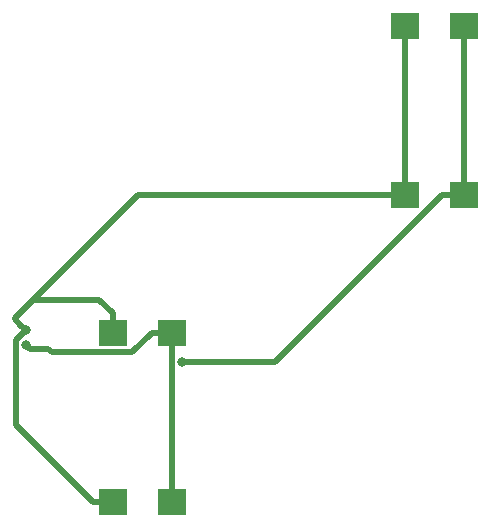
<source format=gbr>
G04 #@! TF.GenerationSoftware,KiCad,Pcbnew,(5.1.5)-3*
G04 #@! TF.CreationDate,2020-03-19T11:30:27+02:00*
G04 #@! TF.ProjectId,RightPanel,52696768-7450-4616-9e65-6c2e6b696361,rev?*
G04 #@! TF.SameCoordinates,Original*
G04 #@! TF.FileFunction,Copper,L1,Top*
G04 #@! TF.FilePolarity,Positive*
%FSLAX46Y46*%
G04 Gerber Fmt 4.6, Leading zero omitted, Abs format (unit mm)*
G04 Created by KiCad (PCBNEW (5.1.5)-3) date 2020-03-19 11:30:27*
%MOMM*%
%LPD*%
G04 APERTURE LIST*
%ADD10R,2.400000X2.300000*%
%ADD11C,0.800000*%
%ADD12C,0.500000*%
G04 APERTURE END LIST*
D10*
X90000000Y-43725000D03*
X90000000Y-58025000D03*
X85000000Y-43725000D03*
X85000000Y-58025000D03*
X65250000Y-69725000D03*
X65250000Y-84025000D03*
X60250000Y-69725000D03*
X60250000Y-84025000D03*
D11*
X52900000Y-70750000D03*
X66093958Y-72193958D03*
X52900012Y-69500000D03*
D12*
X65243957Y-82368957D02*
X65250000Y-82375000D01*
X65250000Y-82375000D02*
X65250000Y-84025000D01*
X65243957Y-71381043D02*
X65243957Y-82368957D01*
X65250000Y-71375000D02*
X65243957Y-71381043D01*
X65250000Y-69725000D02*
X65250000Y-71375000D01*
X61900000Y-71375000D02*
X55074994Y-71375000D01*
X55074994Y-71375000D02*
X54799993Y-71099999D01*
X63550000Y-69725000D02*
X61900000Y-71375000D01*
X65250000Y-69725000D02*
X63550000Y-69725000D01*
X54799993Y-71099999D02*
X53249999Y-71099999D01*
X53249999Y-71099999D02*
X52900000Y-70750000D01*
X90000000Y-56375000D02*
X90000000Y-43725000D01*
X90000000Y-58025000D02*
X90000000Y-56375000D01*
X88160002Y-58025000D02*
X90000000Y-58025000D01*
X66093958Y-72193958D02*
X73991044Y-72193958D01*
X73991044Y-72193958D02*
X88160002Y-58025000D01*
X85000000Y-56375000D02*
X85000000Y-43725000D01*
X85000000Y-58025000D02*
X85000000Y-56375000D01*
X59075874Y-66900874D02*
X60250000Y-68075000D01*
X62364517Y-58025000D02*
X51950000Y-68439517D01*
X60250000Y-68075000D02*
X60250000Y-69725000D01*
X51950000Y-68439517D02*
X53488643Y-66900874D01*
X53488643Y-66900874D02*
X59075874Y-66900874D01*
X85000000Y-58025000D02*
X62364517Y-58025000D01*
X58550000Y-84025000D02*
X52049997Y-77524997D01*
X52049997Y-77524997D02*
X52049997Y-70350015D01*
X51950000Y-68439517D02*
X51950000Y-68549988D01*
X52500013Y-69100001D02*
X52900012Y-69500000D01*
X60250000Y-84025000D02*
X58550000Y-84025000D01*
X51950000Y-68549988D02*
X52500013Y-69100001D01*
X52500013Y-69899999D02*
X52900012Y-69500000D01*
X52049997Y-70350015D02*
X52500013Y-69899999D01*
M02*

</source>
